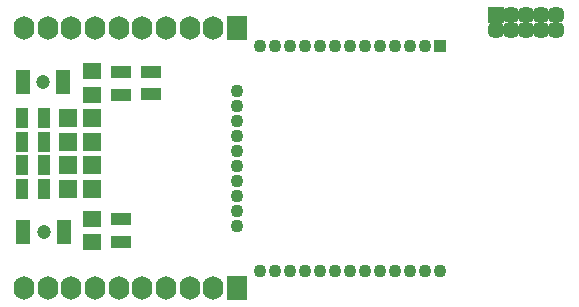
<source format=gbr>
G04 #@! TF.FileFunction,Soldermask,Top*
%FSLAX46Y46*%
G04 Gerber Fmt 4.6, Leading zero omitted, Abs format (unit mm)*
G04 Created by KiCad (PCBNEW 4.0.2-4+6225~38~ubuntu15.10.1-stable) date søn 17 apr 2016 19:21:06 CEST*
%MOMM*%
G01*
G04 APERTURE LIST*
%ADD10C,0.100000*%
%ADD11R,1.450000X1.450000*%
%ADD12C,1.450000*%
%ADD13R,1.100000X1.100000*%
%ADD14C,1.100000*%
%ADD15R,1.650000X1.400000*%
%ADD16R,1.598880X1.598880*%
%ADD17O,1.760000X2.000000*%
%ADD18R,1.760000X2.000000*%
%ADD19R,1.700000X1.100000*%
%ADD20R,1.100000X1.700000*%
%ADD21R,1.300000X2.100000*%
%ADD22C,1.200000*%
G04 APERTURE END LIST*
D10*
D11*
X162560000Y-127430000D03*
D12*
X163830000Y-127430000D03*
X165100000Y-127430000D03*
X166370000Y-127430000D03*
X167640000Y-127430000D03*
X163830000Y-128700000D03*
X165100000Y-128700000D03*
X166370000Y-128700000D03*
X167640000Y-128700000D03*
X162560000Y-128700000D03*
D13*
X157820000Y-130040000D03*
D14*
X156550000Y-130040000D03*
X155280000Y-130040000D03*
X154010000Y-130040000D03*
X152740000Y-130040000D03*
X151470000Y-130040000D03*
X150200000Y-130040000D03*
X148930000Y-130040000D03*
X147660000Y-130040000D03*
X146390000Y-130040000D03*
X145120000Y-130040000D03*
X143850000Y-130040000D03*
X140580000Y-133830000D03*
X152740000Y-149040000D03*
X150200000Y-149040000D03*
X151470000Y-149040000D03*
X148930000Y-149040000D03*
X155280000Y-149040000D03*
X154010000Y-149040000D03*
X156550000Y-149040000D03*
X157820000Y-149040000D03*
X147660000Y-149040000D03*
X143850000Y-149040000D03*
X146390000Y-149040000D03*
X142580000Y-149040000D03*
X145120000Y-149040000D03*
X142580000Y-130040000D03*
X140580000Y-135100000D03*
X140580000Y-136370000D03*
X140580000Y-137640000D03*
X140580000Y-138910000D03*
X140580000Y-140180000D03*
X140580000Y-141450000D03*
X140580000Y-142720000D03*
X140580000Y-143990000D03*
X140580000Y-145260000D03*
D15*
X128310000Y-146640000D03*
X128310000Y-144640000D03*
X128310000Y-134140000D03*
X128310000Y-132140000D03*
D16*
X128359020Y-136140000D03*
X126260980Y-136140000D03*
X128359020Y-138140000D03*
X126260980Y-138140000D03*
X128359020Y-140140000D03*
X126260980Y-140140000D03*
X128359020Y-142140000D03*
X126260980Y-142140000D03*
D17*
X122575000Y-150500000D03*
X124575000Y-150500000D03*
X126575000Y-150500000D03*
X128575000Y-150500000D03*
X130575000Y-150500000D03*
X132575000Y-150500000D03*
X134575000Y-150500000D03*
X136575000Y-150500000D03*
X138575000Y-150500000D03*
D18*
X140575000Y-150500000D03*
X140575000Y-128500000D03*
D17*
X138575000Y-128500000D03*
X136575000Y-128500000D03*
X134575000Y-128500000D03*
X132575000Y-128500000D03*
X130575000Y-128500000D03*
X128575000Y-128500000D03*
X126575000Y-128500000D03*
X124575000Y-128500000D03*
X122575000Y-128500000D03*
D19*
X130810000Y-146590000D03*
X130810000Y-144690000D03*
X133310000Y-132190000D03*
X133310000Y-134090000D03*
X130810000Y-132240000D03*
X130810000Y-134140000D03*
D20*
X122360000Y-136140000D03*
X124260000Y-136140000D03*
X122360000Y-138140000D03*
X124260000Y-138140000D03*
X122360000Y-140140000D03*
X124260000Y-140140000D03*
X122360000Y-142140000D03*
X124260000Y-142140000D03*
D21*
X122450000Y-145800000D03*
X125920000Y-145800000D03*
D22*
X124220000Y-145800000D03*
D21*
X122450000Y-133070000D03*
X125850000Y-133070000D03*
D22*
X124150000Y-133070000D03*
M02*

</source>
